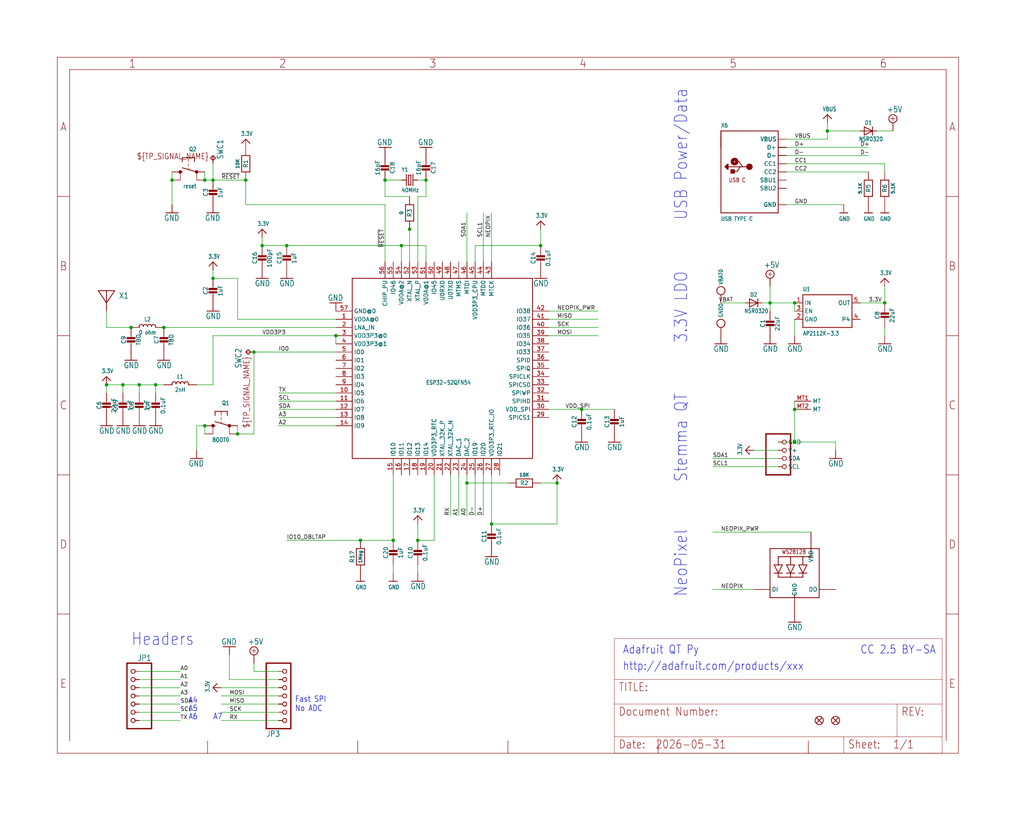
<source format=kicad_sch>
(kicad_sch (version 20230121) (generator eeschema)
  (paper "User" 317.5 254.127)
  (lib_symbols
    (symbol "working-eagle-import:+5V" (power)
      (property "Value" "+5V" (at -1.905 3.175 0))
      (symbol "+5V_1_0"
        (pin power_in line (at 0 -2.54 90) (length 2.54) (name "+5V") (number "1"))
      )
    )
    (symbol "working-eagle-import:3.3V" (power)
      (property "Value" "3.3V" (at -1.524 1.016 0))
      (symbol "3.3V_1_0"
        (pin power_in line (at 0 -2.54 90) (length 2.54) (name "3.3V") (number "1"))
      )
    )
    (symbol "working-eagle-import:ANTENNA_JOHANSON_2450AT18B100"
      (property "Reference" "X" (at 3.81 1.27 0))
      (symbol "ANTENNA_JOHANSON_2450AT18B100_1_0"
        (pin passive line (at 0 -2.54 90) (length 2.54) (name "P$1") (number "FP"))
      )
    )
    (symbol "working-eagle-import:CAP_CERAMIC0805-NOOUTLINE"
      (property "Reference" "C" (at -2.29 1.25 90))
      (symbol "CAP_CERAMIC0805-NOOUTLINE_1_0"
        (pin passive line (at 0 5.08 270) (length 2.54) (name "1") (number "1"))
        (pin passive line (at 0 -2.54 90) (length 2.54) (name "2") (number "2"))
      )
    )
    (symbol "working-eagle-import:CAP_CERAMIC_0402NO"
      (property "Reference" "C" (at -2.29 1.25 90))
      (symbol "CAP_CERAMIC_0402NO_1_0"
        (pin passive line (at 0 5.08 270) (length 2.54) (name "1") (number "1"))
        (pin passive line (at 0 -2.54 90) (length 2.54) (name "2") (number "2"))
      )
    )
    (symbol "working-eagle-import:CRYSTAL_2X1.6MM"
      (property "Reference" "Y" (at -2.54 2.54 0))
      (symbol "CRYSTAL_2X1.6MM_1_0"
        (pin passive line (at -2.54 0 0) (length 0) (name "1") (number "1"))
        (pin passive line (at 2.54 0 180) (length 0) (name "2") (number "3"))
      )
    )
    (symbol "working-eagle-import:DIODE_SOD323MINI"
      (property "Reference" "D" (at 0 2.54 0))
      (symbol "DIODE_SOD323MINI_1_0"
        (pin passive line (at -2.54 0 0) (length 2.54) (name "A") (number "A"))
        (pin passive line (at 2.54 0 180) (length 2.54) (name "C") (number "C"))
      )
    )
    (symbol "working-eagle-import:ESP32-S2QFN54"
      (symbol "ESP32-S2QFN54_1_0"
        (pin power_in line (at -33.02 15.24 0) (length 5.08) (name "VDDA@0") (number "1"))
        (pin bidirectional line (at -33.02 -7.62 0) (length 5.08) (name "IO5") (number "10"))
        (pin bidirectional line (at -33.02 -10.16 0) (length 5.08) (name "IO6") (number "11"))
        (pin bidirectional line (at -33.02 -12.7 0) (length 5.08) (name "IO7") (number "12"))
        (pin bidirectional line (at -33.02 -15.24 0) (length 5.08) (name "IO8") (number "13"))
        (pin bidirectional line (at -33.02 -17.78 0) (length 5.08) (name "IO9") (number "14"))
        (pin bidirectional line (at -15.24 -33.02 90) (length 5.08) (name "IO10") (number "15"))
        (pin bidirectional line (at -12.7 -33.02 90) (length 5.08) (name "IO11") (number "16"))
        (pin bidirectional line (at -10.16 -33.02 90) (length 5.08) (name "IO12") (number "17"))
        (pin bidirectional line (at -7.62 -33.02 90) (length 5.08) (name "IO13") (number "18"))
        (pin bidirectional line (at -5.08 -33.02 90) (length 5.08) (name "IO14") (number "19"))
        (pin bidirectional line (at -33.02 12.7 0) (length 5.08) (name "LNA_IN") (number "2"))
        (pin power_in line (at -2.54 -33.02 90) (length 5.08) (name "VDD3P3_RTC") (number "20"))
        (pin bidirectional line (at 0 -33.02 90) (length 5.08) (name "XTAL_32K_P") (number "21"))
        (pin bidirectional line (at 2.54 -33.02 90) (length 5.08) (name "XTAL_32K_N") (number "22"))
        (pin bidirectional line (at 5.08 -33.02 90) (length 5.08) (name "DAC_1") (number "23"))
        (pin bidirectional line (at 7.62 -33.02 90) (length 5.08) (name "DAC_2") (number "24"))
        (pin bidirectional line (at 10.16 -33.02 90) (length 5.08) (name "IO19") (number "25"))
        (pin bidirectional line (at 12.7 -33.02 90) (length 5.08) (name "IO20") (number "26"))
        (pin power_in line (at 15.24 -33.02 90) (length 5.08) (name "VDD3P3_RTC_IO") (number "27"))
        (pin bidirectional line (at 17.78 -33.02 90) (length 5.08) (name "IO21") (number "28"))
        (pin bidirectional line (at 33.02 -15.24 180) (length 5.08) (name "SPICS1") (number "29"))
        (pin power_in line (at -33.02 10.16 0) (length 5.08) (name "VDD3P3@0") (number "3"))
        (pin power_in line (at 33.02 -12.7 180) (length 5.08) (name "VDD_SPI") (number "30"))
        (pin bidirectional line (at 33.02 -10.16 180) (length 5.08) (name "SPIHD") (number "31"))
        (pin bidirectional line (at 33.02 -7.62 180) (length 5.08) (name "SPIWP") (number "32"))
        (pin bidirectional line (at 33.02 -5.08 180) (length 5.08) (name "SPICS0") (number "33"))
        (pin bidirectional line (at 33.02 -2.54 180) (length 5.08) (name "SPICLK") (number "34"))
        (pin bidirectional line (at 33.02 0 180) (length 5.08) (name "SPIQ") (number "35"))
        (pin bidirectional line (at 33.02 2.54 180) (length 5.08) (name "SPID") (number "36"))
        (pin bidirectional line (at 33.02 5.08 180) (length 5.08) (name "IO33") (number "37"))
        (pin bidirectional line (at 33.02 7.62 180) (length 5.08) (name "IO34") (number "38"))
        (pin bidirectional line (at 33.02 10.16 180) (length 5.08) (name "IO35") (number "39"))
        (pin power_in line (at -33.02 7.62 0) (length 5.08) (name "VDD3P3@1") (number "4"))
        (pin bidirectional line (at 33.02 12.7 180) (length 5.08) (name "IO36") (number "40"))
        (pin bidirectional line (at 33.02 15.24 180) (length 5.08) (name "IO37") (number "41"))
        (pin bidirectional line (at 33.02 17.78 180) (length 5.08) (name "IO38") (number "42"))
        (pin bidirectional line (at 15.24 33.02 270) (length 5.08) (name "MTCK") (number "43"))
        (pin bidirectional line (at 12.7 33.02 270) (length 5.08) (name "MTD0") (number "44"))
        (pin power_in line (at 10.16 33.02 270) (length 5.08) (name "VDD3P3_CPU") (number "45"))
        (pin bidirectional line (at 7.62 33.02 270) (length 5.08) (name "MTDI") (number "46"))
        (pin bidirectional line (at 5.08 33.02 270) (length 5.08) (name "MTMS") (number "47"))
        (pin bidirectional line (at 2.54 33.02 270) (length 5.08) (name "U0TXD") (number "48"))
        (pin bidirectional line (at 0 33.02 270) (length 5.08) (name "U0RXD") (number "49"))
        (pin bidirectional line (at -33.02 5.08 0) (length 5.08) (name "IO0") (number "5"))
        (pin bidirectional line (at -2.54 33.02 270) (length 5.08) (name "IO45") (number "50"))
        (pin power_in line (at -5.08 33.02 270) (length 5.08) (name "VDDA@1") (number "51"))
        (pin bidirectional line (at -10.16 33.02 270) (length 5.08) (name "XTAL_N") (number "52"))
        (pin bidirectional line (at -7.62 33.02 270) (length 5.08) (name "XTAL_P") (number "53"))
        (pin power_in line (at -12.7 33.02 270) (length 5.08) (name "VDDA@2") (number "54"))
        (pin input line (at -15.24 33.02 270) (length 5.08) (name "IO46") (number "55"))
        (pin input line (at -17.78 33.02 270) (length 5.08) (name "CHIP_PU") (number "56"))
        (pin power_in line (at -33.02 17.78 0) (length 5.08) (name "GND@0") (number "57"))
        (pin bidirectional line (at -33.02 2.54 0) (length 5.08) (name "IO1") (number "6"))
        (pin bidirectional line (at -33.02 0 0) (length 5.08) (name "IO2") (number "7"))
        (pin bidirectional line (at -33.02 -2.54 0) (length 5.08) (name "IO3") (number "8"))
        (pin bidirectional line (at -33.02 -5.08 0) (length 5.08) (name "IO4") (number "9"))
      )
    )
    (symbol "working-eagle-import:FIDUCIAL_1MM")
    (symbol "working-eagle-import:FRAME_A_L"
      (symbol "FRAME_A_L_1_0"
        (text "1" (at 23.2833 213.995 0) (effects (font (size 2.54 2.286))))
        (text "2" (at 69.85 213.995 0) (effects (font (size 2.54 2.286))))
        (text "3" (at 116.4167 213.995 0) (effects (font (size 2.54 2.286))))
        (text "4" (at 162.9833 213.995 0) (effects (font (size 2.54 2.286))))
        (text "5" (at 209.55 213.995 0) (effects (font (size 2.54 2.286))))
        (text "6" (at 256.1167 213.995 0) (effects (font (size 2.54 2.286))))
        (text "A" (at 1.905 194.31 0) (effects (font (size 2.54 2.286))))
        (text "A" (at 277.495 194.31 0) (effects (font (size 2.54 2.286))))
        (text "B" (at 1.905 151.13 0) (effects (font (size 2.54 2.286))))
        (text "B" (at 277.495 151.13 0) (effects (font (size 2.54 2.286))))
        (text "C" (at 1.905 107.95 0) (effects (font (size 2.54 2.286))))
        (text "C" (at 277.495 107.95 0) (effects (font (size 2.54 2.286))))
        (text "D" (at 1.905 64.77 0) (effects (font (size 2.54 2.286))))
        (text "D" (at 277.495 64.77 0) (effects (font (size 2.54 2.286))))
        (text "E" (at 1.905 21.59 0) (effects (font (size 2.54 2.286))))
        (text "E" (at 277.495 21.59 0) (effects (font (size 2.54 2.286))))
      )
      (symbol "FRAME_A_L_2_0"
        (text "${#}/${##}" (at 86.36 1.27 0) (effects (font (size 2.54 2.159)) (justify left bottom)))
        (text "${CURRENT_DATE}" (at 12.7 1.27 0) (effects (font (size 2.54 2.159)) (justify left bottom)))
        (text "${PROJECTNAME}" (at 17.78 19.05 0) (effects (font (size 2.54 2.159)) (justify left bottom)))
        (text "Date:" (at 1.27 1.27 0) (effects (font (size 2.54 2.159)) (justify left bottom)))
        (text "Document Number:" (at 1.27 11.43 0) (effects (font (size 2.54 2.159)) (justify left bottom)))
        (text "REV:" (at 88.9 11.43 0) (effects (font (size 2.54 2.159)) (justify left bottom)))
        (text "Sheet:" (at 72.39 1.27 0) (effects (font (size 2.54 2.159)) (justify left bottom)))
        (text "TITLE:" (at 1.27 19.05 0) (effects (font (size 2.54 2.159)) (justify left bottom)))
      )
    )
    (symbol "working-eagle-import:GND" (power)
      (property "Value" "GND" (at -2.54 -2.54 0))
      (symbol "GND_1_0"
        (pin power_in line (at 0 2.54 270) (length 2.54) (name "GND") (number "1"))
      )
    )
    (symbol "working-eagle-import:HEADER-1X7_CASTEL"
      (property "Reference" "JP" (at -6.35 10.795 0))
      (symbol "HEADER-1X7_CASTEL_1_0"
        (pin passive inverted (at -2.54 7.62 0) (length 2.54) (name "1") (number "1"))
        (pin passive inverted (at -2.54 7.62 0) (length 2.54) (name "1") (number "1C"))
        (pin passive inverted (at -2.54 5.08 0) (length 2.54) (name "2") (number "2"))
        (pin passive inverted (at -2.54 5.08 0) (length 2.54) (name "2") (number "2C"))
        (pin passive inverted (at -2.54 2.54 0) (length 2.54) (name "3") (number "3"))
        (pin passive inverted (at -2.54 2.54 0) (length 2.54) (name "3") (number "3C"))
        (pin passive inverted (at -2.54 0 0) (length 2.54) (name "4") (number "4"))
        (pin passive inverted (at -2.54 0 0) (length 2.54) (name "4") (number "4C"))
        (pin passive inverted (at -2.54 -2.54 0) (length 2.54) (name "5") (number "5"))
        (pin passive inverted (at -2.54 -2.54 0) (length 2.54) (name "5") (number "5C"))
        (pin passive inverted (at -2.54 -5.08 0) (length 2.54) (name "6") (number "6"))
        (pin passive inverted (at -2.54 -5.08 0) (length 2.54) (name "6") (number "6C"))
        (pin passive inverted (at -2.54 -7.62 0) (length 2.54) (name "7") (number "7"))
        (pin passive inverted (at -2.54 -7.62 0) (length 2.54) (name "7") (number "7C"))
      )
    )
    (symbol "working-eagle-import:INDUCTOR_0402"
      (property "Reference" "L" (at 0 2.54 0))
      (symbol "INDUCTOR_0402_1_0"
        (pin passive line (at -5.08 0 0) (length 2.54) (name "1") (number "1"))
        (pin passive line (at 5.08 0 180) (length 2.54) (name "2") (number "2"))
      )
    )
    (symbol "working-eagle-import:RESISTOR_0402NO"
      (property "Reference" "R" (at 0 2.54 0))
      (symbol "RESISTOR_0402NO_1_0"
        (pin passive line (at -5.08 0 0) (length 2.54) (name "1") (number "1"))
        (pin passive line (at 5.08 0 180) (length 2.54) (name "2") (number "2"))
      )
    )
    (symbol "working-eagle-import:STEMMA_I2C_QTSKINNY"
      (symbol "STEMMA_I2C_QTSKINNY_1_0"
        (pin passive inverted (at 0 5.08 0) (length 2.54) (name "GND") (number "1"))
        (pin passive inverted (at 0 2.54 0) (length 2.54) (name "V+") (number "2"))
        (pin passive inverted (at 0 0 0) (length 2.54) (name "SDA") (number "3"))
        (pin passive inverted (at 0 -2.54 0) (length 2.54) (name "SCL") (number "4"))
      )
      (symbol "STEMMA_I2C_QTSKINNY_2_0"
        (pin bidirectional line (at 0 0 0) (length 5.08) (name "MT") (number "MT1"))
      )
      (symbol "STEMMA_I2C_QTSKINNY_3_0"
        (pin bidirectional line (at 0 0 0) (length 5.08) (name "MT") (number "MT2"))
      )
    )
    (symbol "working-eagle-import:SWITCH_TACT_SMT4.6X2.8"
      (property "Reference" "SW" (at -2.54 6.35 0))
      (symbol "SWITCH_TACT_SMT4.6X2.8_1_0"
        (pin passive line (at -5.08 0 0) (length 2.54) (name "P") (number "A"))
        (pin passive line (at -5.08 -2.54 0) (length 2.54) (name "P1") (number "A'"))
        (pin passive line (at 5.08 0 180) (length 2.54) (name "S") (number "B"))
        (pin passive line (at 5.08 -2.54 180) (length 2.54) (name "S1") (number "B'"))
      )
    )
    (symbol "working-eagle-import:TESTPOINT_MINUS"
      (property "Reference" "TP" (at 0 5.588 90))
      (symbol "TESTPOINT_MINUS_1_0"
        (pin bidirectional line (at 0 0 90) (length 2.54) (name "P$1") (number "P$1"))
      )
    )
    (symbol "working-eagle-import:TESTPOINT_PLUS13"
      (property "Reference" "TP" (at 0 5.588 90))
      (symbol "TESTPOINT_PLUS13_1_0"
        (pin bidirectional line (at 0 0 90) (length 2.54) (name "P$1") (number "P$1"))
      )
    )
    (symbol "working-eagle-import:TPB1,27"
      (property "Reference" "TP" (at -1.27 1.27 0))
      (symbol "TPB1,27_1_0"
        (text "${TP_SIGNAL_NAME}" (at 1.27 -1.27 0) (effects (font (size 1.778 1.5113)) (justify left bottom)))
        (pin input line (at 0 -2.54 90) (length 2.54) (name "TP") (number "TP"))
      )
    )
    (symbol "working-eagle-import:USB_C"
      (property "Reference" "X" (at -10.16 13.716 0))
      (symbol "USB_C_1_0"
        (text "USB C" (at -5.08 -2.54 0) (effects (font (size 1.27 1.0795))))
        (pin power_in line (at 10.16 -10.16 180) (length 2.54) (name "GND") (number "A1B12"))
        (pin power_in line (at 10.16 10.16 180) (length 2.54) (name "VBUS") (number "A4B9"))
        (pin bidirectional line (at 10.16 2.54 180) (length 2.54) (name "CC1") (number "A5"))
        (pin bidirectional line (at 10.16 7.62 180) (length 2.54) (name "D+") (number "A6"))
        (pin bidirectional line (at 10.16 5.08 180) (length 2.54) (name "D-") (number "A7"))
        (pin bidirectional line (at 10.16 -2.54 180) (length 2.54) (name "SBU1") (number "A8"))
        (pin power_in line (at 10.16 -10.16 180) (length 2.54) (name "GND") (number "B1A12"))
        (pin power_in line (at 10.16 10.16 180) (length 2.54) (name "VBUS") (number "B4A9"))
        (pin bidirectional line (at 10.16 0 180) (length 2.54) (name "CC2") (number "B5"))
        (pin bidirectional line (at 10.16 7.62 180) (length 2.54) (name "D+") (number "B6"))
        (pin bidirectional line (at 10.16 5.08 180) (length 2.54) (name "D-") (number "B7"))
        (pin bidirectional line (at 10.16 -5.08 180) (length 2.54) (name "SBU2") (number "B8"))
      )
    )
    (symbol "working-eagle-import:VBUS" (power)
      (property "Value" "VBUS" (at -1.524 1.016 0))
      (symbol "VBUS_1_0"
        (pin power_in line (at 0 -2.54 90) (length 2.54) (name "VBUS") (number "1"))
      )
    )
    (symbol "working-eagle-import:VREG_SOT23-5"
      (property "Reference" "U" (at -7.62 6.096 0))
      (symbol "VREG_SOT23-5_1_0"
        (pin power_in line (at -10.16 2.54 0) (length 2.54) (name "IN") (number "1"))
        (pin power_in line (at -10.16 -2.54 0) (length 2.54) (name "GND") (number "2"))
        (pin input line (at -10.16 0 0) (length 2.54) (name "EN") (number "3"))
        (pin bidirectional line (at 10.16 -2.54 180) (length 2.54) (name "P4") (number "4"))
        (pin power_in line (at 10.16 2.54 180) (length 2.54) (name "OUT") (number "5"))
      )
    )
    (symbol "working-eagle-import:WS2812B_SK6805_1515"
      (symbol "WS2812B_SK6805_1515_1_0"
        (text "WS2812B" (at -4.064 8.382 0) (effects (font (size 1.27 1.0795)) (justify left bottom)))
        (pin input line (at -12.7 -2.54 0) (length 5.08) (name "DI") (number "1"))
        (pin power_in line (at 5.08 15.24 270) (length 5.08) (name "VDD") (number "2"))
        (pin output line (at 12.7 -2.54 180) (length 5.08) (name "DO") (number "3"))
        (pin power_in line (at 0 -10.16 90) (length 5.08) (name "GND") (number "4"))
      )
    )
    (symbol "working-eagle-import:microbuilder_GND" (power)
      (property "Value" "microbuilder_GND" (at -1.524 -2.54 0))
      (symbol "microbuilder_GND_1_0"
        (pin power_in line (at 0 2.54 270) (length 2.54) (name "GND") (number "1"))
      )
    )
  )
  (junction (at 129.54 167.64))
  (junction (at 144.78 149.86))
  (junction (at 152.4 162.56))
  (junction (at 43.18 119.38))
  (junction (at 104.14 104.14))
  (junction (at 172.72 149.86))
  (junction (at 167.64 76.2))
  (junction (at 121.92 167.64))
  (junction (at 76.2 55.88))
  (junction (at 132.08 55.88))
  (junction (at 66.04 55.88))
  (junction (at 81.28 76.2))
  (junction (at 180.34 127))
  (junction (at 73.66 134.62))
  (junction (at 50.8 101.6))
  (junction (at 48.26 119.38))
  (junction (at 33.02 119.38))
  (junction (at 256.54 40.64))
  (junction (at 238.76 93.98))
  (junction (at 63.5 55.88))
  (junction (at 274.32 93.98))
  (junction (at 63.5 132.08))
  (junction (at 246.38 93.98))
  (junction (at 127 71.12))
  (junction (at 40.64 101.6))
  (junction (at 53.34 55.88))
  (junction (at 246.38 127))
  (junction (at 38.1 119.38))
  (junction (at 124.46 76.2))
  (junction (at 78.74 109.22))
  (junction (at 88.9 76.2))
  (junction (at 246.38 137.16))
  (junction (at 111.76 167.64))
  (junction (at 119.38 55.88))
  (junction (at 66.04 86.36))
  (wire (pts (xy 241.3 137.16) (xy 246.38 137.16)) (stroke (width 0.1524)))
  (wire (pts (xy 86.36 124.46) (xy 104.14 124.46)) (stroke (width 0.1524)))
  (wire (pts (xy 43.18 215.9) (xy 55.88 215.9)) (stroke (width 0.1524)))
  (wire (pts (xy 86.36 121.92) (xy 104.14 121.92)) (stroke (width 0.1524)))
  (wire (pts (xy 170.18 104.14) (xy 185.42 104.14)) (stroke (width 0.1524)))
  (wire (pts (xy 129.54 81.28) (xy 129.54 60.96)) (stroke (width 0.1524)))
  (wire (pts (xy 142.24 160.02) (xy 142.24 147.32)) (stroke (width 0.1524)))
  (wire (pts (xy 43.18 210.82) (xy 55.88 210.82)) (stroke (width 0.1524)))
  (wire (pts (xy 86.36 208.28) (xy 78.74 208.28)) (stroke (width 0.1524)))
  (wire (pts (xy 104.14 104.14) (xy 104.14 106.68)) (stroke (width 0.1524)))
  (wire (pts (xy 88.9 76.2) (xy 124.46 76.2)) (stroke (width 0.1524)))
  (wire (pts (xy 86.36 223.52) (xy 68.58 223.52)) (stroke (width 0.1524)))
  (wire (pts (xy 50.8 101.6) (xy 104.14 101.6)) (stroke (width 0.1524)))
  (wire (pts (xy 129.54 162.56) (xy 129.54 167.64)) (stroke (width 0.1524)))
  (wire (pts (xy 147.32 76.2) (xy 167.64 76.2)) (stroke (width 0.1524)))
  (wire (pts (xy 236.22 93.98) (xy 238.76 93.98)) (stroke (width 0.1524)))
  (wire (pts (xy 78.74 208.28) (xy 78.74 205.74)) (stroke (width 0.1524)))
  (wire (pts (xy 50.8 119.38) (xy 48.26 119.38)) (stroke (width 0.1524)))
  (wire (pts (xy 81.28 76.2) (xy 88.9 76.2)) (stroke (width 0.1524)))
  (wire (pts (xy 246.38 137.16) (xy 259.08 137.16)) (stroke (width 0.1524)))
  (wire (pts (xy 256.54 40.64) (xy 256.54 43.18)) (stroke (width 0.1524)))
  (wire (pts (xy 144.78 81.28) (xy 144.78 66.04)) (stroke (width 0.1524)))
  (wire (pts (xy 73.66 134.62) (xy 78.74 134.62)) (stroke (width 0.1524)))
  (wire (pts (xy 43.18 220.98) (xy 55.88 220.98)) (stroke (width 0.1524)))
  (wire (pts (xy 152.4 162.56) (xy 172.72 162.56)) (stroke (width 0.1524)))
  (wire (pts (xy 180.34 127) (xy 190.5 127)) (stroke (width 0.1524)))
  (wire (pts (xy 55.88 218.44) (xy 43.18 218.44)) (stroke (width 0.1524)))
  (wire (pts (xy 53.34 63.5) (xy 53.34 55.88)) (stroke (width 0.1524)))
  (wire (pts (xy 127 81.28) (xy 127 71.12)) (stroke (width 0.1524)))
  (wire (pts (xy 149.86 66.04) (xy 149.86 81.28)) (stroke (width 0.1524)))
  (wire (pts (xy 104.14 109.22) (xy 78.74 109.22)) (stroke (width 0.1524)))
  (wire (pts (xy 119.38 63.5) (xy 119.38 81.28)) (stroke (width 0.1524)))
  (wire (pts (xy 63.5 134.62) (xy 63.5 132.08)) (stroke (width 0.1524)))
  (wire (pts (xy 259.08 137.16) (xy 259.08 139.7)) (stroke (width 0.1524)))
  (wire (pts (xy 121.92 147.32) (xy 121.92 167.64)) (stroke (width 0.1524)))
  (wire (pts (xy 246.38 127) (xy 246.38 137.16)) (stroke (width 0.1524)))
  (wire (pts (xy 246.38 99.06) (xy 246.38 104.14)) (stroke (width 0.1524)))
  (wire (pts (xy 246.38 96.52) (xy 246.38 93.98)) (stroke (width 0.1524)))
  (wire (pts (xy 33.02 121.92) (xy 33.02 119.38)) (stroke (width 0.1524)))
  (wire (pts (xy 172.72 162.56) (xy 172.72 149.86)) (stroke (width 0.1524)))
  (wire (pts (xy 121.92 177.8) (xy 121.92 175.26)) (stroke (width 0.1524)))
  (wire (pts (xy 243.84 45.72) (xy 269.24 45.72)) (stroke (width 0.1524)))
  (wire (pts (xy 241.3 144.78) (xy 220.98 144.78)) (stroke (width 0.1524)))
  (wire (pts (xy 233.68 182.88) (xy 220.98 182.88)) (stroke (width 0.1524)))
  (wire (pts (xy 246.38 124.46) (xy 246.38 127)) (stroke (width 0.1524)))
  (wire (pts (xy 66.04 50.8) (xy 66.04 55.88)) (stroke (width 0.1524)))
  (wire (pts (xy 124.46 55.88) (xy 119.38 55.88)) (stroke (width 0.1524)))
  (wire (pts (xy 104.14 99.06) (xy 73.66 99.06)) (stroke (width 0.1524)))
  (wire (pts (xy 121.92 167.64) (xy 111.76 167.64)) (stroke (width 0.1524)))
  (wire (pts (xy 223.52 93.98) (xy 231.14 93.98)) (stroke (width 0.1524)))
  (wire (pts (xy 170.18 99.06) (xy 185.42 99.06)) (stroke (width 0.1524)))
  (wire (pts (xy 76.2 63.5) (xy 119.38 63.5)) (stroke (width 0.1524)))
  (wire (pts (xy 40.64 101.6) (xy 33.02 101.6)) (stroke (width 0.1524)))
  (wire (pts (xy 132.08 76.2) (xy 124.46 76.2)) (stroke (width 0.1524)))
  (wire (pts (xy 261.62 63.5) (xy 243.84 63.5)) (stroke (width 0.1524)))
  (wire (pts (xy 170.18 127) (xy 180.34 127)) (stroke (width 0.1524)))
  (wire (pts (xy 104.14 104.14) (xy 66.04 104.14)) (stroke (width 0.1524)))
  (wire (pts (xy 256.54 38.1) (xy 256.54 40.64)) (stroke (width 0.1524)))
  (wire (pts (xy 86.36 220.98) (xy 68.58 220.98)) (stroke (width 0.1524)))
  (wire (pts (xy 86.36 127) (xy 104.14 127)) (stroke (width 0.1524)))
  (wire (pts (xy 144.78 160.02) (xy 144.78 149.86)) (stroke (width 0.1524)))
  (wire (pts (xy 167.64 149.86) (xy 172.72 149.86)) (stroke (width 0.1524)))
  (wire (pts (xy 129.54 177.8) (xy 129.54 175.26)) (stroke (width 0.1524)))
  (wire (pts (xy 48.26 119.38) (xy 48.26 121.92)) (stroke (width 0.1524)))
  (wire (pts (xy 60.96 139.7) (xy 60.96 132.08)) (stroke (width 0.1524)))
  (wire (pts (xy 134.62 167.64) (xy 134.62 147.32)) (stroke (width 0.1524)))
  (wire (pts (xy 170.18 101.6) (xy 185.42 101.6)) (stroke (width 0.1524)))
  (wire (pts (xy 167.64 76.2) (xy 167.64 71.12)) (stroke (width 0.1524)))
  (wire (pts (xy 43.18 119.38) (xy 38.1 119.38)) (stroke (width 0.1524)))
  (wire (pts (xy 238.76 96.52) (xy 238.76 93.98)) (stroke (width 0.1524)))
  (wire (pts (xy 243.84 48.26) (xy 269.24 48.26)) (stroke (width 0.1524)))
  (wire (pts (xy 66.04 119.38) (xy 60.96 119.38)) (stroke (width 0.1524)))
  (wire (pts (xy 53.34 53.34) (xy 53.34 55.88)) (stroke (width 0.1524)))
  (wire (pts (xy 86.36 210.82) (xy 71.12 210.82)) (stroke (width 0.1524)))
  (wire (pts (xy 86.36 129.54) (xy 104.14 129.54)) (stroke (width 0.1524)))
  (wire (pts (xy 132.08 55.88) (xy 129.54 55.88)) (stroke (width 0.1524)))
  (wire (pts (xy 144.78 149.86) (xy 144.78 147.32)) (stroke (width 0.1524)))
  (wire (pts (xy 129.54 60.96) (xy 132.08 60.96)) (stroke (width 0.1524)))
  (wire (pts (xy 86.36 213.36) (xy 68.58 213.36)) (stroke (width 0.1524)))
  (wire (pts (xy 73.66 132.08) (xy 73.66 134.62)) (stroke (width 0.1524)))
  (wire (pts (xy 66.04 55.88) (xy 76.2 55.88)) (stroke (width 0.1524)))
  (wire (pts (xy 43.18 121.92) (xy 43.18 119.38)) (stroke (width 0.1524)))
  (wire (pts (xy 132.08 60.96) (xy 132.08 55.88)) (stroke (width 0.1524)))
  (wire (pts (xy 73.66 99.06) (xy 73.66 86.36)) (stroke (width 0.1524)))
  (wire (pts (xy 152.4 147.32) (xy 152.4 162.56)) (stroke (width 0.1524)))
  (wire (pts (xy 241.3 142.24) (xy 220.98 142.24)) (stroke (width 0.1524)))
  (wire (pts (xy 152.4 81.28) (xy 152.4 66.04)) (stroke (width 0.1524)))
  (wire (pts (xy 124.46 76.2) (xy 124.46 81.28)) (stroke (width 0.1524)))
  (wire (pts (xy 129.54 167.64) (xy 134.62 167.64)) (stroke (width 0.1524)))
  (wire (pts (xy 66.04 104.14) (xy 66.04 119.38)) (stroke (width 0.1524)))
  (wire (pts (xy 81.28 73.66) (xy 81.28 76.2)) (stroke (width 0.1524)))
  (wire (pts (xy 241.3 139.7) (xy 233.68 139.7)) (stroke (width 0.1524)))
  (wire (pts (xy 63.5 55.88) (xy 66.04 55.88)) (stroke (width 0.1524)))
  (wire (pts (xy 60.96 132.08) (xy 63.5 132.08)) (stroke (width 0.1524)))
  (wire (pts (xy 86.36 132.08) (xy 104.14 132.08)) (stroke (width 0.1524)))
  (wire (pts (xy 111.76 167.64) (xy 88.9 167.64)) (stroke (width 0.1524)))
  (wire (pts (xy 243.84 53.34) (xy 269.24 53.34)) (stroke (width 0.1524)))
  (wire (pts (xy 73.66 86.36) (xy 66.04 86.36)) (stroke (width 0.1524)))
  (wire (pts (xy 170.18 96.52) (xy 185.42 96.52)) (stroke (width 0.1524)))
  (wire (pts (xy 86.36 215.9) (xy 68.58 215.9)) (stroke (width 0.1524)))
  (wire (pts (xy 132.08 81.28) (xy 132.08 76.2)) (stroke (width 0.1524)))
  (wire (pts (xy 48.26 119.38) (xy 43.18 119.38)) (stroke (width 0.1524)))
  (wire (pts (xy 76.2 55.88) (xy 76.2 63.5)) (stroke (width 0.1524)))
  (wire (pts (xy 251.46 165.1) (xy 220.98 165.1)) (stroke (width 0.1524)))
  (wire (pts (xy 274.32 50.8) (xy 274.32 53.34)) (stroke (width 0.1524)))
  (wire (pts (xy 147.32 81.28) (xy 147.32 76.2)) (stroke (width 0.1524)))
  (wire (pts (xy 139.7 147.32) (xy 139.7 160.02)) (stroke (width 0.1524)))
  (wire (pts (xy 274.32 88.9) (xy 274.32 93.98)) (stroke (width 0.1524)))
  (wire (pts (xy 271.78 40.64) (xy 276.86 40.64)) (stroke (width 0.1524)))
  (wire (pts (xy 63.5 55.88) (xy 63.5 53.34)) (stroke (width 0.1524)))
  (wire (pts (xy 238.76 88.9) (xy 238.76 93.98)) (stroke (width 0.1524)))
  (wire (pts (xy 55.88 213.36) (xy 43.18 213.36)) (stroke (width 0.1524)))
  (wire (pts (xy 86.36 218.44) (xy 68.58 218.44)) (stroke (width 0.1524)))
  (wire (pts (xy 127 71.12) (xy 127 68.58)) (stroke (width 0.1524)))
  (wire (pts (xy 78.74 134.62) (xy 78.74 109.22)) (stroke (width 0.1524)))
  (wire (pts (xy 266.7 93.98) (xy 274.32 93.98)) (stroke (width 0.1524)))
  (wire (pts (xy 71.12 210.82) (xy 71.12 203.2)) (stroke (width 0.1524)))
  (wire (pts (xy 66.04 83.82) (xy 66.04 86.36)) (stroke (width 0.1524)))
  (wire (pts (xy 147.32 160.02) (xy 147.32 147.32)) (stroke (width 0.1524)))
  (wire (pts (xy 55.88 208.28) (xy 43.18 208.28)) (stroke (width 0.1524)))
  (wire (pts (xy 243.84 50.8) (xy 274.32 50.8)) (stroke (width 0.1524)))
  (wire (pts (xy 149.86 160.02) (xy 149.86 147.32)) (stroke (width 0.1524)))
  (wire (pts (xy 274.32 104.14) (xy 274.32 101.6)) (stroke (width 0.1524)))
  (wire (pts (xy 38.1 121.92) (xy 38.1 119.38)) (stroke (width 0.1524)))
  (wire (pts (xy 256.54 43.18) (xy 243.84 43.18)) (stroke (width 0.1524)))
  (wire (pts (xy 43.18 223.52) (xy 55.88 223.52)) (stroke (width 0.1524)))
  (wire (pts (xy 256.54 40.64) (xy 266.7 40.64)) (stroke (width 0.1524)))
  (wire (pts (xy 127 60.96) (xy 119.38 60.96)) (stroke (width 0.1524)))
  (wire (pts (xy 119.38 60.96) (xy 119.38 55.88)) (stroke (width 0.1524)))
  (wire (pts (xy 38.1 119.38) (xy 33.02 119.38)) (stroke (width 0.1524)))
  (wire (pts (xy 144.78 149.86) (xy 157.48 149.86)) (stroke (width 0.1524)))
  (wire (pts (xy 33.02 101.6) (xy 33.02 96.52)) (stroke (width 0.1524)))
  (wire (pts (xy 238.76 93.98) (xy 246.38 93.98)) (stroke (width 0.1524)))
  (text "Stemma QT" (at 213.36 149.86 90) (effects (font (size 3.81 3.2385)) (justify left bottom)))
  (text "A5" (at 58.42 220.98 0) (effects (font (size 1.778 1.5113)) (justify left bottom)))
  (text "A4" (at 58.42 218.44 0) (effects (font (size 1.778 1.5113)) (justify left bottom)))
  (text "Fast SPI\nNo ADC" (at 91.44 220.98 0) (effects (font (size 1.778 1.5113)) (justify left bottom)))
  (text "A7" (at 66.04 223.52 0) (effects (font (size 1.778 1.5113)) (justify left bottom)))
  (text "NeoPixel" (at 213.36 185.42 90) (effects (font (size 3.81 3.2385)) (justify left bottom)))
  (text "Adafruit QT Py" (at 193.04 203.2 0) (effects (font (size 2.54 2.159)) (justify left bottom)))
  (text "CC 2.5 BY-SA" (at 266.7 203.2 0) (effects (font (size 2.54 2.159)) (justify left bottom)))
  (text "3.3V LDO" (at 213.36 106.68 90) (effects (font (size 3.81 3.2385)) (justify left bottom)))
  (text "Headers" (at 40.64 200.66 0) (effects (font (size 3.81 3.2385)) (justify left bottom)))
  (text "http://adafruit.com/products/xxx" (at 193.04 208.28 0) (effects (font (size 2.54 2.159)) (justify left bottom)))
  (text "USB Power/Data" (at 213.36 68.58 90) (effects (font (size 3.81 3.2385)) (justify left bottom)))
  (text "A6" (at 58.42 223.52 0) (effects (font (size 1.778 1.5113)) (justify left bottom)))
  (label "SCL1" (at 220.98 144.78 0) (effects (font (size 1.2446 1.2446))))
  (label "~{RESET}" (at 68.58 55.88 0) (effects (font (size 1.2446 1.2446))))
  (label "SDA" (at 55.88 218.44 0) (effects (font (size 1.2446 1.2446))))
  (label "D-" (at 246.38 48.26 0) (effects (font (size 1.2446 1.2446))))
  (label "A0" (at 55.88 208.28 0) (effects (font (size 1.2446 1.2446))))
  (label "VDD3P3" (at 81.28 104.14 0) (effects (font (size 1.2446 1.2446))))
  (label "IO10_DBLTAP" (at 88.9 167.64 0) (effects (font (size 1.2446 1.2446))))
  (label "A2" (at 86.36 132.08 0) (effects (font (size 1.2446 1.2446))))
  (label "D-" (at 266.7 48.26 0) (effects (font (size 1.2446 1.2446))))
  (label "SCL" (at 55.88 220.98 0) (effects (font (size 1.2446 1.2446))))
  (label "NEOPIX" (at 223.52 182.88 0) (effects (font (size 1.2446 1.2446))))
  (label "MISO" (at 172.72 99.06 0) (effects (font (size 1.2446 1.2446))))
  (label "RX" (at 71.12 223.52 0) (effects (font (size 1.2446 1.2446))))
  (label "RX" (at 139.7 160.02 90) (effects (font (size 1.2446 1.2446))))
  (label "3.3V" (at 269.24 93.98 0) (effects (font (size 1.2446 1.2446))))
  (label "VBAT" (at 227.33 93.98 180) (effects (font (size 1.2446 1.2446))))
  (label "NEOPIX_PWR" (at 172.72 96.52 0) (effects (font (size 1.2446 1.2446))))
  (label "SCL1" (at 149.86 73.66 90) (effects (font (size 1.2446 1.2446))))
  (label "SDA1" (at 144.78 73.66 90) (effects (font (size 1.2446 1.2446))))
  (label "A2" (at 55.88 213.36 0) (effects (font (size 1.2446 1.2446))))
  (label "VBUS" (at 246.38 43.18 0) (effects (font (size 1.2446 1.2446))))
  (label "MISO" (at 71.12 218.44 0) (effects (font (size 1.2446 1.2446))))
  (label "SCK" (at 71.12 220.98 0) (effects (font (size 1.2446 1.2446))))
  (label "A3" (at 55.88 215.9 0) (effects (font (size 1.2446 1.2446))))
  (label "MOSI" (at 71.12 215.9 0) (effects (font (size 1.2446 1.2446))))
  (label "CC1" (at 246.38 50.8 0) (effects (font (size 1.2446 1.2446))))
  (label "A3" (at 86.36 129.54 0) (effects (font (size 1.2446 1.2446))))
  (label "NEOPIX_PWR" (at 223.52 165.1 0) (effects (font (size 1.2446 1.2446))))
  (label "IO0" (at 86.36 109.22 0) (effects (font (size 1.2446 1.2446))))
  (label "SCL" (at 86.36 124.46 0) (effects (font (size 1.2446 1.2446))))
  (label "VDD_SPI" (at 175.26 127 0) (effects (font (size 1.2446 1.2446))))
  (label "SDA1" (at 220.98 142.24 0) (effects (font (size 1.2446 1.2446))))
  (label "NEOPIX" (at 152.4 73.66 90) (effects (font (size 1.2446 1.2446))))
  (label "CC2" (at 246.38 53.34 0) (effects (font (size 1.2446 1.2446))))
  (label "MOSI" (at 172.72 104.14 0) (effects (font (size 1.2446 1.2446))))
  (label "GND" (at 246.38 63.5 0) (effects (font (size 1.2446 1.2446))))
  (label "A1" (at 142.24 160.02 90) (effects (font (size 1.2446 1.2446))))
  (label "A1" (at 55.88 210.82 0) (effects (font (size 1.2446 1.2446))))
  (label "TX" (at 86.36 121.92 0) (effects (font (size 1.2446 1.2446))))
  (label "D+" (at 149.86 160.02 90) (effects (font (size 1.2446 1.2446))))
  (label "D+" (at 246.38 45.72 0) (effects (font (size 1.2446 1.2446))))
  (label "A0" (at 144.78 160.02 90) (effects (font (size 1.2446 1.2446))))
  (label "TX" (at 55.88 223.52 0) (effects (font (size 1.2446 1.2446))))
  (label "D-" (at 147.32 160.02 90) (effects (font (size 1.2446 1.2446))))
  (label "SDA" (at 86.36 127 0) (effects (font (size 1.2446 1.2446))))
  (label "~{RESET}" (at 119.38 76.835 90) (effects (font (size 1.2446 1.2446))))
  (label "D+" (at 266.7 45.72 0) (effects (font (size 1.2446 1.2446))))
  (label "SCK" (at 172.72 101.6 0) (effects (font (size 1.2446 1.2446))))
  (symbol (lib_id "working-eagle-import:CAP_CERAMIC_0402NO") (at 152.4 167.64 0) (unit 1)
    (property "Reference" "C11" (at 150.11 166.39 90))
    (property "Value" "0.1uF" (at 154.7 166.39 90))
    (property "Footprint" "working:_0402NO" (effects hide))
  )
  (symbol (lib_id "working-eagle-import:RESISTOR_0402NO") (at 274.32 58.42 90) (unit 1)
    (property "Reference" "R6" (at 274.32 58.42 0))
    (property "Value" "5.1K" (at 276.86 58.42 0) (effects (font (size 1.016 1.016) bold)))
    (property "Footprint" "working:_0402NO" (effects hide))
  )
  (symbol (lib_id "working-eagle-import:microbuilder_GND") (at 269.24 66.04 0) (unit 1)
    (property "Reference" "#U$9" (effects hide))
    (property "Value" "GND" (at 267.716 68.58 0) (effects (font (size 1.27 1.0795)) (justify left bottom)))
  )
  (symbol (lib_id "working-eagle-import:GND") (at 223.52 106.68 0) (mirror y) (unit 1)
    (property "Reference" "#GND27" (effects hide))
    (property "Value" "GND" (at 226.06 109.22 0) (effects (font (size 1.778 1.5113)) (justify left bottom)))
  )
  (symbol (lib_id "working-eagle-import:FRAME_A_L") (at 17.78 233.68 0) (unit 1)
    (property "Reference" "#FRAME1" (effects hide))
    (property "Value" "FRAME_A_L" (effects hide))
  )
  (symbol (lib_id "working-eagle-import:GND") (at 43.18 132.08 0) (mirror y) (unit 1)
    (property "Reference" "#GND11" (effects hide))
    (property "Value" "GND" (at 45.72 134.62 0) (effects (font (size 1.778 1.5113)) (justify left bottom)))
  )
  (symbol (lib_id "working-eagle-import:TESTPOINT_PLUS13") (at 223.52 93.98 0) (unit 1)
    (property "Reference" "VBAT0" (at 223.52 88.392 90) (effects (font (size 1.27 1.0795)) (justify left)))
    (property "Value" "TESTPOINT_PLUS13" (effects hide))
    (property "Footprint" "working:TESTPOINT_PLUS_1X3MM" (effects hide))
  )
  (symbol (lib_id "working-eagle-import:STEMMA_I2C_QTSKINNY") (at 246.38 127 0) (unit 3)
    (property "Reference" "CONN1" (effects hide))
    (property "Value" "STEMMA_I2C_QTSKINNY" (effects hide))
    (property "Footprint" "working:JST_SH4_SKINNY" (effects hide))
  )
  (symbol (lib_id "working-eagle-import:GND") (at 66.04 66.04 0) (unit 1)
    (property "Reference" "#GND4" (effects hide))
    (property "Value" "GND" (at 63.5 68.58 0) (effects (font (size 1.778 1.5113)) (justify left bottom)))
  )
  (symbol (lib_id "working-eagle-import:STEMMA_I2C_QTSKINNY") (at 246.38 124.46 0) (unit 2)
    (property "Reference" "CONN1" (effects hide))
    (property "Value" "STEMMA_I2C_QTSKINNY" (effects hide))
    (property "Footprint" "working:JST_SH4_SKINNY" (effects hide))
  )
  (symbol (lib_id "working-eagle-import:GND") (at 66.04 96.52 0) (mirror y) (unit 1)
    (property "Reference" "#GND5" (effects hide))
    (property "Value" "GND" (at 68.58 99.06 0) (effects (font (size 1.778 1.5113)) (justify left bottom)))
  )
  (symbol (lib_id "working-eagle-import:CAP_CERAMIC_0402NO") (at 43.18 127 0) (unit 1)
    (property "Reference" "C5" (at 40.89 125.75 90))
    (property "Value" "1uF" (at 45.48 125.75 90))
    (property "Footprint" "working:_0402NO" (effects hide))
  )
  (symbol (lib_id "working-eagle-import:HEADER-1X7_CASTEL") (at 88.9 215.9 0) (mirror x) (unit 1)
    (property "Reference" "JP3" (at 82.55 226.695 0) (effects (font (size 1.778 1.5113)) (justify left bottom)))
    (property "Value" "HEADER-1X7_CASTEL" (effects hide))
    (property "Footprint" "working:1X07_CASTEL" (effects hide))
  )
  (symbol (lib_id "working-eagle-import:GND") (at 119.38 45.72 0) (mirror x) (unit 1)
    (property "Reference" "#GND25" (effects hide))
    (property "Value" "GND" (at 116.84 43.18 0) (effects (font (size 1.778 1.5113)) (justify left bottom)))
  )
  (symbol (lib_id "working-eagle-import:+5V") (at 276.86 38.1 0) (unit 1)
    (property "Reference" "#SUPPLY2" (effects hide))
    (property "Value" "+5V" (at 274.955 34.925 0) (effects (font (size 1.778 1.5113)) (justify left bottom)))
  )
  (symbol (lib_id "working-eagle-import:HEADER-1X7_CASTEL") (at 40.64 215.9 0) (mirror y) (unit 1)
    (property "Reference" "JP1" (at 46.99 205.105 0) (effects (font (size 1.778 1.5113)) (justify left bottom)))
    (property "Value" "HEADER-1X7_CASTEL" (effects hide))
    (property "Footprint" "working:1X07_CASTEL" (effects hide))
  )
  (symbol (lib_id "working-eagle-import:GND") (at 60.96 142.24 0) (unit 1)
    (property "Reference" "#GND7" (effects hide))
    (property "Value" "GND" (at 58.42 144.78 0) (effects (font (size 1.778 1.5113)) (justify left bottom)))
  )
  (symbol (lib_id "working-eagle-import:GND") (at 180.34 137.16 0) (mirror y) (unit 1)
    (property "Reference" "#GND20" (effects hide))
    (property "Value" "GND" (at 182.88 139.7 0) (effects (font (size 1.778 1.5113)) (justify left bottom)))
  )
  (symbol (lib_id "working-eagle-import:CAP_CERAMIC0805-NOOUTLINE") (at 238.76 101.6 0) (unit 1)
    (property "Reference" "C1" (at 236.47 100.35 90))
    (property "Value" "22uF" (at 241.06 100.35 90))
    (property "Footprint" "working:0805-NO" (effects hide))
  )
  (symbol (lib_id "working-eagle-import:CAP_CERAMIC_0402NO") (at 190.5 132.08 0) (unit 1)
    (property "Reference" "C13" (at 188.21 130.83 90))
    (property "Value" "1uF" (at 192.8 130.83 90))
    (property "Footprint" "working:_0402NO" (effects hide))
  )
  (symbol (lib_id "working-eagle-import:CRYSTAL_2X1.6MM") (at 127 55.88 0) (unit 1)
    (property "Reference" "Y1" (at 124.46 53.34 0) (effects (font (size 1.27 1.0795)) (justify left bottom)))
    (property "Value" "40MHz" (at 124.46 59.69 0) (effects (font (size 1.27 1.0795)) (justify left bottom)))
    (property "Footprint" "working:CRYSTAL_2X1.6" (effects hide))
  )
  (symbol (lib_id "working-eagle-import:SWITCH_TACT_SMT4.6X2.8") (at 68.58 132.08 0) (mirror y) (unit 1)
    (property "Reference" "Q1" (at 71.12 125.73 0) (effects (font (size 1.27 1.0795)) (justify left bottom)))
    (property "Value" "BOOT0" (at 71.12 137.16 0) (effects (font (size 1.27 1.0795)) (justify left bottom)))
    (property "Footprint" "working:BTN_KMR2_4.6X2.8" (effects hide))
  )
  (symbol (lib_id "working-eagle-import:FIDUCIAL_1MM") (at 254 223.52 0) (unit 1)
    (property "Reference" "U$8" (effects hide))
    (property "Value" "FIDUCIAL_1MM" (effects hide))
    (property "Footprint" "working:FIDUCIAL_1MM" (effects hide))
  )
  (symbol (lib_id "working-eagle-import:microbuilder_GND") (at 274.32 66.04 0) (unit 1)
    (property "Reference" "#U$14" (effects hide))
    (property "Value" "GND" (at 272.796 68.58 0) (effects (font (size 1.27 1.0795)) (justify left bottom)))
  )
  (symbol (lib_id "working-eagle-import:ANTENNA_JOHANSON_2450AT18B100") (at 33.02 93.98 0) (unit 1)
    (property "Reference" "X1" (at 36.83 92.71 0) (effects (font (size 1.778 1.5113)) (justify left bottom)))
    (property "Value" "ANTENNA_JOHANSON_2450AT18B100" (effects hide))
    (property "Footprint" "working:ANT_2450AT18B100" (effects hide))
  )
  (symbol (lib_id "working-eagle-import:CAP_CERAMIC_0402NO") (at 50.8 106.68 0) (unit 1)
    (property "Reference" "C7" (at 48.51 105.43 90))
    (property "Value" "TBD" (at 53.1 105.43 90))
    (property "Footprint" "working:_0402NO" (effects hide))
  )
  (symbol (lib_id "working-eagle-import:CAP_CERAMIC_0402NO") (at 129.54 172.72 0) (unit 1)
    (property "Reference" "C10" (at 127.25 171.47 90))
    (property "Value" "0.1uF" (at 131.84 171.47 90))
    (property "Footprint" "working:_0402NO" (effects hide))
  )
  (symbol (lib_id "working-eagle-import:FRAME_A_L") (at 190.5 233.68 0) (unit 2)
    (property "Reference" "#FRAME1" (effects hide))
    (property "Value" "FRAME_A_L" (effects hide))
  )
  (symbol (lib_id "working-eagle-import:GND") (at 246.38 106.68 0) (mirror y) (unit 1)
    (property "Reference" "#GND1" (effects hide))
    (property "Value" "GND" (at 248.92 109.22 0) (effects (font (size 1.778 1.5113)) (justify left bottom)))
  )
  (symbol (lib_id "working-eagle-import:3.3V") (at 172.72 147.32 0) (unit 1)
    (property "Reference" "#U$21" (effects hide))
    (property "Value" "3.3V" (at 171.196 146.304 0) (effects (font (size 1.27 1.0795)) (justify left bottom)))
  )
  (symbol (lib_id "working-eagle-import:TPB1,27") (at 66.04 48.26 0) (mirror y) (unit 1)
    (property "Reference" "SWC1" (at 67.31 49.53 90) (effects (font (size 1.778 1.5113)) (justify left bottom)))
    (property "Value" "TPB1,27" (effects hide))
    (property "Footprint" "working:B1,27" (effects hide))
  )
  (symbol (lib_id "working-eagle-import:3.3V") (at 129.54 160.02 0) (unit 1)
    (property "Reference" "#U$20" (effects hide))
    (property "Value" "3.3V" (at 128.016 159.004 0) (effects (font (size 1.27 1.0795)) (justify left bottom)))
  )
  (symbol (lib_id "working-eagle-import:GND") (at 132.08 45.72 0) (mirror x) (unit 1)
    (property "Reference" "#GND26" (effects hide))
    (property "Value" "GND" (at 129.54 43.18 0) (effects (font (size 1.778 1.5113)) (justify left bottom)))
  )
  (symbol (lib_id "working-eagle-import:microbuilder_GND") (at 121.92 180.34 0) (unit 1)
    (property "Reference" "#U$40" (effects hide))
    (property "Value" "GND" (at 120.396 182.88 0) (effects (font (size 1.27 1.0795)) (justify left bottom)))
  )
  (symbol (lib_id "working-eagle-import:VREG_SOT23-5") (at 256.54 96.52 0) (unit 1)
    (property "Reference" "U1" (at 248.92 90.424 0) (effects (font (size 1.27 1.0795)) (justify left bottom)))
    (property "Value" "AP2112K-3.3" (at 248.92 104.14 0) (effects (font (size 1.27 1.0795)) (justify left bottom)))
    (property "Footprint" "working:SOT23-5" (effects hide))
  )
  (symbol (lib_id "working-eagle-import:GND") (at 33.02 132.08 0) (mirror y) (unit 1)
    (property "Reference" "#GND10" (effects hide))
    (property "Value" "GND" (at 35.56 134.62 0) (effects (font (size 1.778 1.5113)) (justify left bottom)))
  )
  (symbol (lib_id "working-eagle-import:CAP_CERAMIC_0402NO") (at 88.9 81.28 0) (unit 1)
    (property "Reference" "C15" (at 86.61 80.03 90))
    (property "Value" "1uF" (at 91.2 80.03 90))
    (property "Footprint" "working:_0402NO" (effects hide))
  )
  (symbol (lib_id "working-eagle-import:3.3V") (at 167.64 68.58 0) (unit 1)
    (property "Reference" "#U$23" (effects hide))
    (property "Value" "3.3V" (at 166.116 67.564 0) (effects (font (size 1.27 1.0795)) (justify left bottom)))
  )
  (symbol (lib_id "working-eagle-import:GND") (at 88.9 86.36 0) (mirror y) (unit 1)
    (property "Reference" "#GND24" (effects hide))
    (property "Value" "GND" (at 91.44 88.9 0) (effects (font (size 1.778 1.5113)) (justify left bottom)))
  )
  (symbol (lib_id "working-eagle-import:INDUCTOR_0402") (at 45.72 101.6 0) (unit 1)
    (property "Reference" "L2" (at 45.72 99.06 0) (effects (font (size 1.27 1.0795))))
    (property "Value" "0 ohm" (at 45.72 103.14 0) (effects (font (size 1.27 1.0795))))
    (property "Footprint" "working:_0402" (effects hide))
  )
  (symbol (lib_id "working-eagle-import:3.3V") (at 33.02 116.84 0) (unit 1)
    (property "Reference" "#U$19" (effects hide))
    (property "Value" "3.3V" (at 31.496 115.824 0) (effects (font (size 1.27 1.0795)) (justify left bottom)))
  )
  (symbol (lib_id "working-eagle-import:SWITCH_TACT_SMT4.6X2.8") (at 58.42 53.34 0) (mirror y) (unit 1)
    (property "Reference" "Q2" (at 60.96 46.99 0) (effects (font (size 1.27 1.0795)) (justify left bottom)))
    (property "Value" "reset" (at 60.96 58.42 0) (effects (font (size 1.27 1.0795)) (justify left bottom)))
    (property "Footprint" "working:BTN_KMR2_4.6X2.8" (effects hide))
  )
  (symbol (lib_id "working-eagle-import:CAP_CERAMIC_0402NO") (at 38.1 127 0) (unit 1)
    (property "Reference" "C19" (at 35.81 125.75 90))
    (property "Value" "1uF" (at 40.4 125.75 90))
    (property "Footprint" "working:_0402NO" (effects hide))
  )
  (symbol (lib_id "working-eagle-import:USB_C") (at 233.68 53.34 0) (unit 1)
    (property "Reference" "X6" (at 223.52 39.624 0) (effects (font (size 1.27 1.0795)) (justify left bottom)))
    (property "Value" "USB TYPE C" (at 223.52 68.58 0) (effects (font (size 1.27 1.0795)) (justify left bottom)))
    (property "Footprint" "working:USB_C_CUSB31-CFM2AX-01-X" (effects hide))
  )
  (symbol (lib_id "working-eagle-import:GND") (at 104.14 93.98 0) (mirror x) (unit 1)
    (property "Reference" "#GND9" (effects hide))
    (property "Value" "GND" (at 101.6 91.44 0) (effects (font (size 1.778 1.5113)) (justify left bottom)))
  )
  (symbol (lib_id "working-eagle-import:CAP_CERAMIC0805-NOOUTLINE") (at 33.02 127 0) (unit 1)
    (property "Reference" "C6" (at 30.73 125.75 90))
    (property "Value" "22uF" (at 35.32 125.75 90))
    (property "Footprint" "working:0805-NO" (effects hide))
  )
  (symbol (lib_id "working-eagle-import:RESISTOR_0402NO") (at 76.2 50.8 270) (unit 1)
    (property "Reference" "R1" (at 76.2 50.8 0))
    (property "Value" "10K" (at 73.66 50.8 0) (effects (font (size 1.016 1.016) bold)))
    (property "Footprint" "working:_0402NO" (effects hide))
  )
  (symbol (lib_id "working-eagle-import:microbuilder_GND") (at 111.76 180.34 0) (unit 1)
    (property "Reference" "#U$26" (effects hide))
    (property "Value" "GND" (at 110.236 182.88 0) (effects (font (size 1.27 1.0795)) (justify left bottom)))
  )
  (symbol (lib_id "working-eagle-import:GND") (at 53.34 66.04 0) (unit 1)
    (property "Reference" "#GND14" (effects hide))
    (property "Value" "GND" (at 50.8 68.58 0) (effects (font (size 1.778 1.5113)) (justify left bottom)))
  )
  (symbol (lib_id "working-eagle-import:GND") (at 152.4 172.72 0) (mirror y) (unit 1)
    (property "Reference" "#GND19" (effects hide))
    (property "Value" "GND" (at 154.94 175.26 0) (effects (font (size 1.778 1.5113)) (justify left bottom)))
  )
  (symbol (lib_id "working-eagle-import:GND") (at 81.28 86.36 0) (mirror y) (unit 1)
    (property "Reference" "#GND23" (effects hide))
    (property "Value" "GND" (at 83.82 88.9 0) (effects (font (size 1.778 1.5113)) (justify left bottom)))
  )
  (symbol (lib_id "working-eagle-import:3.3V") (at 231.14 139.7 90) (unit 1)
    (property "Reference" "#U$2" (effects hide))
    (property "Value" "3.3V" (at 230.124 141.224 0) (effects (font (size 1.27 1.0795)) (justify left bottom)))
  )
  (symbol (lib_id "working-eagle-import:CAP_CERAMIC_0402NO") (at 180.34 132.08 0) (unit 1)
    (property "Reference" "C12" (at 178.05 130.83 90))
    (property "Value" "0.1uF" (at 182.64 130.83 90))
    (property "Footprint" "working:_0402NO" (effects hide))
  )
  (symbol (lib_id "working-eagle-import:DIODE_SOD323MINI") (at 233.68 93.98 0) (unit 1)
    (property "Reference" "D2" (at 233.68 91.44 0) (effects (font (size 1.27 1.0795))))
    (property "Value" "  NSR0320" (at 233.68 96.48 0) (effects (font (size 1.27 1.0795))))
    (property "Footprint" "working:SOD-323_MINI" (effects hide))
  )
  (symbol (lib_id "working-eagle-import:CAP_CERAMIC_0402NO") (at 40.64 106.68 0) (unit 1)
    (property "Reference" "C9" (at 38.35 105.43 90))
    (property "Value" "TBD" (at 42.94 105.43 90))
    (property "Footprint" "working:_0402NO" (effects hide))
  )
  (symbol (lib_id "working-eagle-import:RESISTOR_0402NO") (at 111.76 172.72 90) (unit 1)
    (property "Reference" "R17" (at 109.22 172.72 0))
    (property "Value" "1Meg" (at 111.76 172.72 0) (effects (font (size 1.016 1.016) bold)))
    (property "Footprint" "working:_0402NO" (effects hide))
  )
  (symbol (lib_id "working-eagle-import:WS2812B_SK6805_1515") (at 246.38 180.34 0) (unit 1)
    (property "Reference" "LED1" (effects hide))
    (property "Value" "WS2812B_SK6805_1515" (effects hide))
    (property "Footprint" "working:SK6805_1515" (effects hide))
  )
  (symbol (lib_id "working-eagle-import:CAP_CERAMIC_0402NO") (at 167.64 81.28 0) (unit 1)
    (property "Reference" "C14" (at 165.35 80.03 90))
    (property "Value" "0.1uF" (at 169.94 80.03 90))
    (property "Footprint" "working:_0402NO" (effects hide))
  )
  (symbol (lib_id "working-eagle-import:ESP32-S2QFN54") (at 137.16 114.3 0) (unit 1)
    (property "Reference" "U$15" (effects hide))
    (property "Value" "ESP32-S2QFN54" (at 132.08 119.38 0) (effects (font (size 1.27 1.0795)) (justify left bottom)))
    (property "Footprint" "working:QFN56_7X7" (effects hide))
  )
  (symbol (lib_id "working-eagle-import:GND") (at 246.38 193.04 0) (mirror y) (unit 1)
    (property "Reference" "#GND6" (effects hide))
    (property "Value" "GND" (at 248.92 195.58 0) (effects (font (size 1.778 1.5113)) (justify left bottom)))
  )
  (symbol (lib_id "working-eagle-import:3.3V") (at 66.04 81.28 0) (unit 1)
    (property "Reference" "#U$17" (effects hide))
    (property "Value" "3.3V" (at 64.516 80.264 0) (effects (font (size 1.27 1.0795)) (justify left bottom)))
  )
  (symbol (lib_id "working-eagle-import:RESISTOR_0402NO") (at 269.24 58.42 90) (unit 1)
    (property "Reference" "R5" (at 269.24 58.42 0))
    (property "Value" "5.1K" (at 266.7 58.42 0) (effects (font (size 1.016 1.016) bold)))
    (property "Footprint" "working:_0402NO" (effects hide))
  )
  (symbol (lib_id "working-eagle-import:CAP_CERAMIC_0402NO") (at 119.38 50.8 180) (unit 1)
    (property "Reference" "C18" (at 121.67 52.05 90))
    (property "Value" "16pF" (at 117.08 52.05 90))
    (property "Footprint" "working:_0402NO" (effects hide))
  )
  (symbol (lib_id "working-eagle-import:+5V") (at 238.76 86.36 0) (unit 1)
    (property "Reference" "#SUPPLY1" (effects hide))
    (property "Value" "+5V" (at 236.855 83.185 0) (effects (font (size 1.778 1.5113)) (justify left bottom)))
  )
  (symbol (lib_id "working-eagle-import:+5V") (at 78.74 203.2 0) (unit 1)
    (property "Reference" "#SUPPLY3" (effects hide))
    (property "Value" "+5V" (at 76.835 200.025 0) (effects (font (size 1.778 1.5113)) (justify left bottom)))
  )
  (symbol (lib_id "working-eagle-import:3.3V") (at 66.04 213.36 90) (unit 1)
    (property "Reference" "#U$10" (effects hide))
    (property "Value" "3.3V" (at 65.024 214.884 0) (effects (font (size 1.27 1.0795)) (justify left bottom)))
  )
  (symbol (lib_id "working-eagle-import:VBUS") (at 256.54 35.56 0) (unit 1)
    (property "Reference" "#U$5" (effects hide))
    (property "Value" "VBUS" (at 255.016 34.544 0) (effects (font (size 1.27 1.0795)) (justify left bottom)))
  )
  (symbol (lib_id "working-eagle-import:GND") (at 167.64 86.36 0) (mirror y) (unit 1)
    (property "Reference" "#GND22" (effects hide))
    (property "Value" "GND" (at 170.18 88.9 0) (effects (font (size 1.778 1.5113)) (justify left bottom)))
  )
  (symbol (lib_id "working-eagle-import:GND") (at 38.1 132.08 0) (mirror y) (unit 1)
    (property "Reference" "#GND18" (effects hide))
    (property "Value" "GND" (at 40.64 134.62 0) (effects (font (size 1.778 1.5113)) (justify left bottom)))
  )
  (symbol (lib_id "working-eagle-import:CAP_CERAMIC_0402NO") (at 66.04 60.96 0) (unit 1)
    (property "Reference" "C3" (at 63.75 59.71 90))
    (property "Value" "1uF" (at 68.34 59.71 90))
    (property "Footprint" "working:_0402NO" (effects hide))
  )
  (symbol (lib_id "working-eagle-import:CAP_CERAMIC0805-NOOUTLINE") (at 274.32 99.06 0) (unit 1)
    (property "Reference" "C8" (at 272.03 97.81 90))
    (property "Value" "22uF" (at 276.62 97.81 90))
    (property "Footprint" "working:0805-NO" (effects hide))
  )
  (symbol (lib_id "working-eagle-import:GND") (at 48.26 132.08 0) (mirror y) (unit 1)
    (property "Reference" "#GND13" (effects hide))
    (property "Value" "GND" (at 50.8 134.62 0) (effects (font (size 1.778 1.5113)) (justify left bottom)))
  )
  (symbol (lib_id "working-eagle-import:STEMMA_I2C_QTSKINNY") (at 241.3 142.24 0) (unit 1)
    (property "Reference" "CONN1" (effects hide))
    (property "Value" "STEMMA_I2C_QTSKINNY" (effects hide))
    (property "Footprint" "working:JST_SH4_SKINNY" (effects hide))
  )
  (symbol (lib_id "working-eagle-import:CAP_CERAMIC_0402NO") (at 81.28 81.28 0) (unit 1)
    (property "Reference" "C16" (at 78.99 80.03 90))
    (property "Value" "100pF" (at 83.58 80.03 90))
    (property "Footprint" "working:_0402NO" (effects hide))
  )
  (symbol (lib_id "working-eagle-import:GND") (at 50.8 111.76 0) (mirror y) (unit 1)
    (property "Reference" "#GND16" (effects hide))
    (property "Value" "GND" (at 53.34 114.3 0) (effects (font (size 1.778 1.5113)) (justify left bottom)))
  )
  (symbol (lib_id "working-eagle-import:3.3V") (at 274.32 86.36 0) (unit 1)
    (property "Reference" "#U$16" (effects hide))
    (property "Value" "3.3V" (at 272.796 85.344 0) (effects (font (size 1.27 1.0795)) (justify left bottom)))
  )
  (symbol (lib_id "working-eagle-import:CAP_CERAMIC_0402NO") (at 121.92 172.72 0) (unit 1)
    (property "Reference" "C20" (at 119.63 171.47 90))
    (property "Value" "1uF" (at 124.22 171.47 90))
    (property "Footprint" "working:_0402NO" (effects hide))
  )
  (symbol (lib_id "working-eagle-import:GND") (at 190.5 137.16 0) (mirror y) (unit 1)
    (property "Reference" "#GND21" (effects hide))
    (property "Value" "GND" (at 193.04 139.7 0) (effects (font (size 1.778 1.5113)) (justify left bottom)))
  )
  (symbol (lib_id "working-eagle-import:GND") (at 71.12 200.66 0) (mirror x) (unit 1)
    (property "Reference" "#GND2" (effects hide))
    (property "Value" "GND" (at 68.58 198.12 0) (effects (font (size 1.778 1.5113)) (justify left bottom)))
  )
  (symbol (lib_id "working-eagle-import:CAP_CERAMIC_0402NO") (at 66.04 91.44 0) (unit 1)
    (property "Reference" "C2" (at 63.75 90.19 90))
    (property "Value" "1uF" (at 68.34 90.19 90))
    (property "Footprint" "working:_0402NO" (effects hide))
  )
  (symbol (lib_id "working-eagle-import:GND") (at 40.64 111.76 0) (mirror y) (unit 1)
    (property "Reference" "#GND15" (effects hide))
    (property "Value" "GND" (at 43.18 114.3 0) (effects (font (size 1.778 1.5113)) (justify left bottom)))
  )
  (symbol (lib_id "working-eagle-import:GND") (at 129.54 180.34 0) (mirror y) (unit 1)
    (property "Reference" "#GND17" (effects hide))
    (property "Value" "GND" (at 132.08 182.88 0) (effects (font (size 1.778 1.5113)) (justify left bottom)))
  )
  (symbol (lib_id "working-eagle-import:GND") (at 274.32 106.68 0) (mirror y) (unit 1)
    (property "Reference" "#GND12" (effects hide))
    (property "Value" "GND" (at 276.86 109.22 0) (effects (font (size 1.778 1.5113)) (justify left bottom)))
  )
  (symbol (lib_id "working-eagle-import:GND") (at 259.08 142.24 0) (mirror y) (unit 1)
    (property "Reference" "#GND8" (effects hide))
    (property "Value" "GND" (at 261.62 144.78 0) (effects (font (size 1.778 1.5113)) (justify left bottom)))
  )
  (symbol (lib_id "working-eagle-import:DIODE_SOD323MINI") (at 269.24 40.64 0) (unit 1)
    (property "Reference" "D1" (at 269.24 38.1 0) (effects (font (size 1.27 1.0795))))
    (property "Value" "  NSR0320" (at 269.24 43.14 0) (effects (font (size 1.27 1.0795))))
    (property "Footprint" "working:SOD-323_MINI" (effects hide))
  )
  (symbol (lib_id "working-eagle-import:microbuilder_GND") (at 261.62 66.04 0) (unit 1)
    (property "Reference" "#U$1" (effects hide))
    (property "Value" "GND" (at 260.096 68.58 0) (effects (font (size 1.27 1.0795)) (justify left bottom)))
  )
  (symbol (lib_id "working-eagle-import:CAP_CERAMIC_0402NO") (at 132.08 50.8 180) (unit 1)
    (property "Reference" "C17" (at 134.37 52.05 90))
    (property "Value" "16pF" (at 129.78 52.05 90))
    (property "Footprint" "working:_0402NO" (effects hide))
  )
  (symbol (lib_id "working-eagle-import:3.3V") (at 81.28 71.12 0) (unit 1)
    (property "Reference" "#U$24" (effects hide))
    (property "Value" "3.3V" (at 79.756 70.104 0) (effects (font (size 1.27 1.0795)) (justify left bottom)))
  )
  (symbol (lib_id "working-eagle-import:3.3V") (at 76.2 43.18 0) (unit 1)
    (property "Reference" "#U$4" (effects hide))
    (property "Value" "3.3V" (at 74.676 42.164 0) (effects (font (size 1.27 1.0795)) (justify left bottom)))
  )
  (symbol (lib_id "working-eagle-import:TESTPOINT_MINUS") (at 223.52 104.14 0) (unit 1)
    (property "Reference" "GND0" (at 223.52 98.552 90) (effects (font (size 1.27 1.0795)) (justify left)))
    (property "Value" "TESTPOINT_MINUS" (effects hide))
    (property "Footprint" "working:TESTPOINT_MINUS_1X3MM" (effects hide))
  )
  (symbol (lib_id "working-eagle-import:CAP_CERAMIC_0402NO") (at 48.26 127 0) (unit 1)
    (property "Reference" "C4" (at 45.97 125.75 90))
    (property "Value" "0.1uF" (at 50.56 125.75 90))
    (property "Footprint" "working:_0402NO" (effects hide))
  )
  (symbol (lib_id "working-eagle-import:TPB1,27") (at 76.2 109.22 90) (mirror x) (unit 1)
    (property "Reference" "SWC2" (at 74.93 107.95 0) (effects (font (size 1.778 1.5113)) (justify left bottom)))
    (property "Value" "TPB1,27" (effects hide))
    (property "Footprint" "working:B1,27" (effects hide))
  )
  (symbol (lib_id "working-eagle-import:RESISTOR_0402NO") (at 127 66.04 270) (unit 1)
    (property "Reference" "R3" (at 127 66.04 0))
    (property "Value" "0" (at 124.46 66.04 0) (effects (font (size 1.016 1.016) bold)))
    (property "Footprint" "working:_0402NO" (effects hide))
  )
  (symbol (lib_id "working-eagle-import:FIDUCIAL_1MM") (at 259.08 223.52 0) (unit 1)
    (property "Reference" "U$6" (effects hide))
    (property "Value" "FIDUCIAL_1MM" (effects hide))
    (property "Footprint" "working:FIDUCIAL_1MM" (effects hide))
  )
  (symbol (lib_id "working-eagle-import:RESISTOR_0402NO") (at 162.56 149.86 180) (unit 1)
    (property "Reference" "R2" (at 162.56 149.86 0))
    (property "Value" "10K" (at 162.56 147.32 0) (effects (font (size 1.016 1.016) bold)))
    (property "Footprint" "working:_0402NO" (effects hide))
  )
  (symbol (lib_id "working-eagle-import:GND") (at 238.76 106.68 0) (mirror y) (unit 1)
    (property "Reference" "#GND3" (effects hide))
    (property "Value" "GND" (at 241.3 109.22 0) (effects (font (size 1.778 1.5113)) (justify left bottom)))
  )
  (symbol (lib_id "working-eagle-import:INDUCTOR_0402") (at 55.88 119.38 0) (unit 1)
    (property "Reference" "L1" (at 55.88 116.84 0) (effects (font (size 1.27 1.0795))))
    (property "Value" "2nH" (at 55.88 120.92 0) (effects (font (size 1.27 1.0795))))
    (property "Footprint" "working:_0402" (effects hide))
  )
)
</source>
